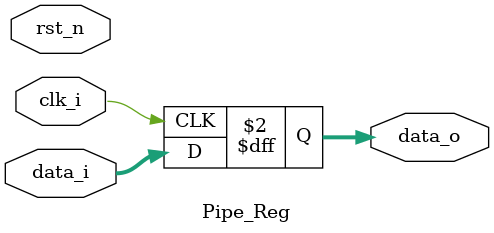
<source format=v>
module Pipe_Reg (
  clk_i,
  rst_n,
  data_i,
  data_o
);

  parameter size = 64;

  //I/O ports
  input clk_i;
  input rst_n;
  input [size-1:0] data_i;

  output [size-1:0] data_o;

  //Internal Signals
  reg [size-1:0] data_o;

  //Main function
  always @(posedge clk_i) begin
    data_o = data_i;
  end

endmodule

</source>
